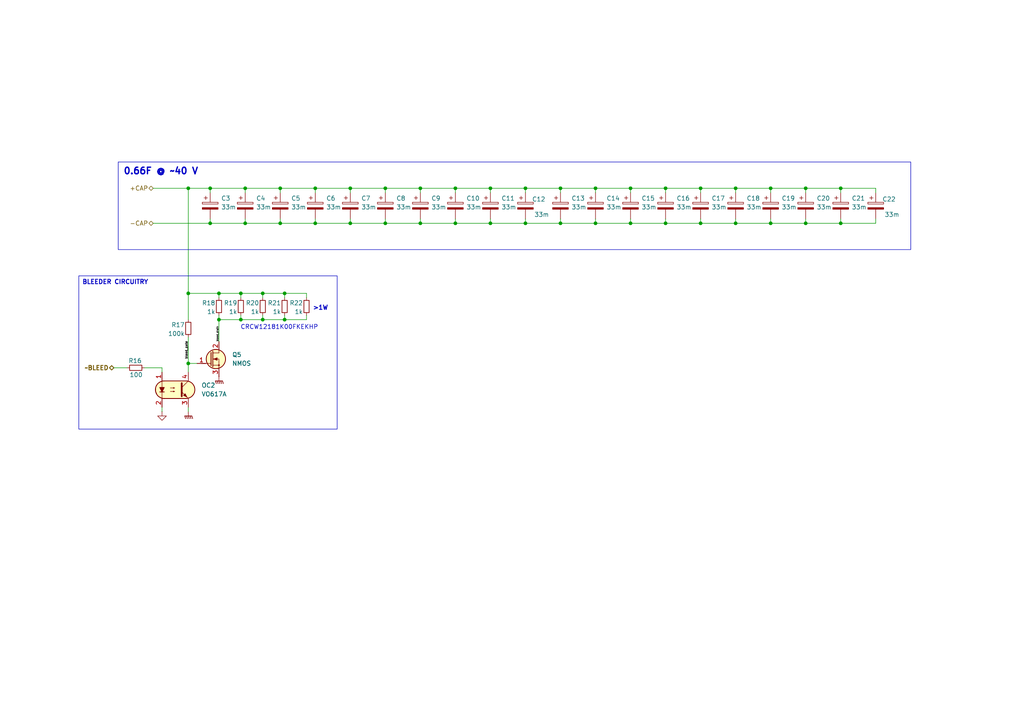
<source format=kicad_sch>
(kicad_sch (version 20231120) (generator "eeschema") (generator_version "8.0")
  (paper "A4")
  (lib_symbols
    (symbol "Device:C_Polarized" (pin_numbers hide) (pin_names (offset 0.254))
      (property "Reference" "C" (at 0.635 2.54 0))
      (property "Value" "C_Polarized" (at 0.635 -2.54 0))
      (symbol "C_Polarized_0_1"
        (rectangle (start -2.286 0.508) (end 2.286 1.016))
        (polyline (pts (xy -1.778 2.286) (xy -0.762 2.286)))
        (polyline (pts (xy -1.27 2.794) (xy -1.27 1.778)))
        (rectangle (start 2.286 -0.508) (end -2.286 -1.016) (fill (type outline)))
      )
      (symbol "C_Polarized_1_1"
        (pin passive line (at 0 3.81 270) (length 2.794) (name "~") (number "1"))
        (pin passive line (at 0 -3.81 90) (length 2.794) (name "~") (number "2"))
      )
    )
    (symbol "Device:R_Small" (pin_numbers hide) (pin_names (offset 0.254) hide)
      (property "Reference" "R" (at 0.762 0.508 0))
      (property "Value" "R_Small" (at 0.762 -1.016 0))
      (symbol "R_Small_0_1"
        (rectangle (start -0.762 1.778) (end 0.762 -1.778) (stroke (width 0.2032)))
      )
      (symbol "R_Small_1_1"
        (pin passive line (at 0 2.54 270) (length 0.762) (name "~") (number "1"))
        (pin passive line (at 0 -2.54 90) (length 0.762) (name "~") (number "2"))
      )
    )
    (symbol "PCM_Optocoupler_AKL:VO617A" (pin_names (offset 1.016))
      (property "Reference" "OC" (at 6.35 1.27 0))
      (property "Value" "VO617A" (at 6.35 -1.27 0))
      (symbol "VO617A_0_1"
        (arc (start -3.1975 2.54) (mid -5.7151 0) (end -3.1975 -2.54) (stroke (width 0.254)))
        (polyline (pts (xy -4.445 -0.635) (xy -3.175 -0.635)) (stroke (width 0.254)))
        (polyline (pts (xy -3.175 2.54) (xy 3.175 2.54)) (stroke (width 0.254)))
        (polyline (pts (xy 1.905 0.635) (xy 3.81 2.54)))
        (polyline (pts (xy 3.175 -2.54) (xy -3.175 -2.54)) (stroke (width 0.254)))
        (polyline (pts (xy 3.81 -2.54) (xy 1.905 -0.635)) (fill (type outline)))
        (polyline (pts (xy -3.81 -2.54) (xy -3.81 -1.27) (xy -3.81 2.54)) (stroke (width 0.1524)))
        (polyline (pts (xy 1.905 1.905) (xy 1.905 -1.905) (xy 1.905 -1.905)) (stroke (width 0.508)))
        (polyline (pts (xy -3.81 -0.635) (xy -4.445 0.635) (xy -3.175 0.635) (xy -3.81 -0.635)) (stroke (width 0.254)) (fill (type outline)))
        (polyline (pts (xy -1.397 -0.508) (xy -0.127 -0.508) (xy -0.508 -0.635) (xy -0.508 -0.381) (xy -0.127 -0.508)))
        (polyline (pts (xy -1.397 0.508) (xy -0.127 0.508) (xy -0.508 0.381) (xy -0.508 0.635) (xy -0.127 0.508)))
        (polyline (pts (xy 2.413 -1.651) (xy 2.921 -1.143) (xy 3.429 -2.159) (xy 2.413 -1.651) (xy 2.413 -1.651)) (fill (type outline)))
        (polyline (pts (xy -2.54 2.54) (xy 3.429 2.54) (xy 4.318 2.286) (xy 4.699 2.032) (xy 5.08 1.651) (xy 5.461 1.016) (xy 5.715 0.381) (xy 5.715 -0.381) (xy 5.461 -1.143) (xy 4.826 -1.905) (xy 4.191 -2.286) (xy 3.302 -2.54) (xy -3.81 -2.54) (xy -3.81 -2.54) (xy -4.572 -2.032) (xy -5.08 -1.778) (xy -5.588 -0.508) (xy -5.588 0.254) (xy -5.588 1.016) (xy -5.08 1.778) (xy -4.318 2.286) (xy -3.556 2.54) (xy -2.54 2.54)) (stroke (width 0.01)) (fill (type background)))
        (arc (start 3.1975 -2.54) (mid 5.7151 0) (end 3.1975 2.54) (stroke (width 0.254)))
      )
      (symbol "VO617A_1_1"
        (pin passive line (at -3.81 5.08 270) (length 2.54) (name "~") (number "1"))
        (pin passive line (at -3.81 -5.08 90) (length 2.54) (name "~") (number "2"))
        (pin passive line (at 3.81 -5.08 90) (length 2.54) (name "~") (number "3"))
        (pin passive line (at 3.81 5.08 270) (length 2.54) (name "~") (number "4"))
      )
    )
    (symbol "PCM_Transistor_MOSFET_AKL:Q_NMOS-D_Generic_GDS" (pin_names hide)
      (property "Reference" "Q" (at 5.08 1.27 0))
      (property "Value" "Q_NMOS-D_Generic_GDS" (at 5.08 -1.27 0))
      (symbol "Q_NMOS-D_Generic_GDS_0_1"
        (polyline (pts (xy 0.254 -1.27) (xy -2.54 -1.27)))
        (polyline (pts (xy 0.254 1.905) (xy 0.254 -1.905)) (stroke (width 0.254)))
        (polyline (pts (xy 0.762 -2.286) (xy 0.762 2.286)) (stroke (width 0.254)))
        (polyline (pts (xy 0.762 -1.778) (xy 2.54 -1.778)))
        (polyline (pts (xy 2.54 1.778) (xy 0.762 1.778)))
        (polyline (pts (xy 2.54 2.54) (xy 2.54 1.778)))
        (polyline (pts (xy 2.54 -2.54) (xy 2.54 0) (xy 0.762 0)))
        (polyline (pts (xy 1.016 0) (xy 2.032 0.381) (xy 2.032 -0.381) (xy 1.016 0)) (fill (type outline)))
        (circle (center 1.651 0) (radius 2.794) (stroke (width 0.254)) (fill (type background)))
        (circle (center 2.54 -1.778) (radius 0.1778) (fill (type outline)))
      )
      (symbol "Q_NMOS-D_Generic_GDS_1_1"
        (pin input line (at -3.81 -1.27 0) (length 2.54) (name "G") (number "1"))
        (pin passive line (at 2.54 5.08 270) (length 2.54) (name "D") (number "2"))
        (pin passive line (at 2.54 -5.08 90) (length 2.54) (name "S") (number "3"))
      )
    )
    (symbol "power:GND" (power) (pin_numbers hide) (pin_names (offset 0) hide)
      (property "Value" "GND" (at 0 -3.81 0))
      (symbol "GND_0_1"
        (polyline (pts (xy 0 0) (xy 0 -1.27) (xy 1.27 -1.27) (xy 0 -2.54) (xy -1.27 -1.27) (xy 0 -1.27)))
      )
      (symbol "GND_1_1"
        (pin power_in line (at 0 0 270) (length 0) (name "~") (number "1"))
      )
    )
    (symbol "power:GNDPWR" (power) (pin_numbers hide) (pin_names (offset 0) hide)
      (property "Value" "GNDPWR" (at 0 -3.302 0))
      (symbol "GNDPWR_0_1"
        (polyline (pts (xy 0 -1.27) (xy 0 0)))
        (polyline (pts (xy -1.016 -1.27) (xy -1.27 -2.032) (xy -1.27 -2.032)) (stroke (width 0.2032)))
        (polyline (pts (xy -0.508 -1.27) (xy -0.762 -2.032) (xy -0.762 -2.032)) (stroke (width 0.2032)))
        (polyline (pts (xy 0 -1.27) (xy -0.254 -2.032) (xy -0.254 -2.032)) (stroke (width 0.2032)))
        (polyline (pts (xy 0.508 -1.27) (xy 0.254 -2.032) (xy 0.254 -2.032)) (stroke (width 0.2032)))
        (polyline (pts (xy 1.016 -1.27) (xy -1.016 -1.27) (xy -1.016 -1.27)) (stroke (width 0.2032)))
        (polyline (pts (xy 1.016 -1.27) (xy 0.762 -2.032) (xy 0.762 -2.032) (xy 0.762 -2.032)) (stroke (width 0.2032)))
      )
      (symbol "GNDPWR_1_1"
        (pin power_in line (at 0 0 270) (length 0) (name "~") (number "1"))
      )
    )
  )
  (junction (at 152.4 64.77))
  (junction (at 142.24 54.61))
  (junction (at 101.6 54.61))
  (junction (at 71.12 64.77))
  (junction (at 76.2 92.71))
  (junction (at 172.72 64.77))
  (junction (at 213.36 64.77))
  (junction (at 63.5 92.71))
  (junction (at 76.2 85.09))
  (junction (at 213.36 54.61))
  (junction (at 121.92 64.77))
  (junction (at 91.44 54.61))
  (junction (at 233.68 64.77))
  (junction (at 121.92 54.61))
  (junction (at 193.04 64.77))
  (junction (at 142.24 64.77))
  (junction (at 243.84 54.61))
  (junction (at 54.61 54.61))
  (junction (at 60.96 64.77))
  (junction (at 162.56 54.61))
  (junction (at 82.55 85.09))
  (junction (at 54.61 105.41))
  (junction (at 193.04 54.61))
  (junction (at 162.56 64.77))
  (junction (at 182.88 54.61))
  (junction (at 54.61 85.09))
  (junction (at 60.96 54.61))
  (junction (at 71.12 54.61))
  (junction (at 223.52 64.77))
  (junction (at 132.08 54.61))
  (junction (at 82.55 92.71))
  (junction (at 111.76 64.77))
  (junction (at 172.72 54.61))
  (junction (at 152.4 54.61))
  (junction (at 101.6 64.77))
  (junction (at 111.76 54.61))
  (junction (at 81.28 64.77))
  (junction (at 233.68 54.61))
  (junction (at 69.85 92.71))
  (junction (at 203.2 54.61))
  (junction (at 243.84 64.77))
  (junction (at 203.2 64.77))
  (junction (at 81.28 54.61))
  (junction (at 63.5 85.09))
  (junction (at 69.85 85.09))
  (junction (at 223.52 54.61))
  (junction (at 132.08 64.77))
  (junction (at 91.44 64.77))
  (junction (at 182.88 64.77))
  (wire (pts (xy 254 54.61) (xy 254 55.88)))
  (wire (pts (xy 54.61 119.38) (xy 54.61 118.11)))
  (wire (pts (xy 88.9 91.44) (xy 88.9 92.71)))
  (wire (pts (xy 82.55 85.09) (xy 82.55 86.36)))
  (wire (pts (xy 111.76 64.77) (xy 121.92 64.77)))
  (wire (pts (xy 223.52 54.61) (xy 223.52 55.88)))
  (wire (pts (xy 193.04 64.77) (xy 203.2 64.77)))
  (wire (pts (xy 121.92 54.61) (xy 132.08 54.61)))
  (wire (pts (xy 243.84 54.61) (xy 243.84 55.88)))
  (wire (pts (xy 81.28 64.77) (xy 91.44 64.77)))
  (wire (pts (xy 76.2 92.71) (xy 82.55 92.71)))
  (wire (pts (xy 71.12 54.61) (xy 71.12 55.88)))
  (wire (pts (xy 54.61 97.79) (xy 54.61 105.41)))
  (wire (pts (xy 152.4 63.5) (xy 152.4 64.77)))
  (wire (pts (xy 91.44 54.61) (xy 101.6 54.61)))
  (wire (pts (xy 243.84 64.77) (xy 254 64.77)))
  (wire (pts (xy 63.5 99.06) (xy 63.5 92.71)))
  (wire (pts (xy 69.85 85.09) (xy 76.2 85.09)))
  (wire (pts (xy 54.61 85.09) (xy 63.5 85.09)))
  (wire (pts (xy 121.92 55.88) (xy 121.92 54.61)))
  (wire (pts (xy 111.76 54.61) (xy 121.92 54.61)))
  (wire (pts (xy 54.61 105.41) (xy 54.61 107.95)))
  (wire (pts (xy 88.9 85.09) (xy 88.9 86.36)))
  (wire (pts (xy 213.36 64.77) (xy 223.52 64.77)))
  (wire (pts (xy 111.76 54.61) (xy 111.76 55.88)))
  (wire (pts (xy 46.99 119.38) (xy 46.99 118.11)))
  (wire (pts (xy 33.02 106.68) (xy 36.83 106.68)))
  (wire (pts (xy 91.44 55.88) (xy 91.44 54.61)))
  (wire (pts (xy 71.12 64.77) (xy 81.28 64.77)))
  (wire (pts (xy 203.2 63.5) (xy 203.2 64.77)))
  (wire (pts (xy 82.55 85.09) (xy 88.9 85.09)))
  (wire (pts (xy 142.24 64.77) (xy 152.4 64.77)))
  (wire (pts (xy 132.08 54.61) (xy 142.24 54.61)))
  (wire (pts (xy 44.45 64.77) (xy 60.96 64.77)))
  (wire (pts (xy 54.61 54.61) (xy 54.61 85.09)))
  (wire (pts (xy 101.6 64.77) (xy 101.6 63.5)))
  (wire (pts (xy 91.44 64.77) (xy 101.6 64.77)))
  (wire (pts (xy 63.5 86.36) (xy 63.5 85.09)))
  (wire (pts (xy 223.52 54.61) (xy 233.68 54.61)))
  (wire (pts (xy 193.04 54.61) (xy 203.2 54.61)))
  (wire (pts (xy 193.04 54.61) (xy 193.04 55.88)))
  (wire (pts (xy 81.28 63.5) (xy 81.28 64.77)))
  (wire (pts (xy 121.92 64.77) (xy 132.08 64.77)))
  (wire (pts (xy 121.92 63.5) (xy 121.92 64.77)))
  (wire (pts (xy 203.2 54.61) (xy 213.36 54.61)))
  (wire (pts (xy 254 63.5) (xy 254 64.77)))
  (wire (pts (xy 233.68 54.61) (xy 243.84 54.61)))
  (wire (pts (xy 132.08 64.77) (xy 132.08 63.5)))
  (wire (pts (xy 233.68 63.5) (xy 233.68 64.77)))
  (wire (pts (xy 223.52 64.77) (xy 233.68 64.77)))
  (wire (pts (xy 172.72 63.5) (xy 172.72 64.77)))
  (wire (pts (xy 233.68 64.77) (xy 243.84 64.77)))
  (wire (pts (xy 76.2 85.09) (xy 76.2 86.36)))
  (wire (pts (xy 243.84 63.5) (xy 243.84 64.77)))
  (wire (pts (xy 132.08 64.77) (xy 142.24 64.77)))
  (wire (pts (xy 54.61 54.61) (xy 60.96 54.61)))
  (wire (pts (xy 60.96 55.88) (xy 60.96 54.61)))
  (wire (pts (xy 69.85 92.71) (xy 76.2 92.71)))
  (wire (pts (xy 81.28 54.61) (xy 91.44 54.61)))
  (wire (pts (xy 60.96 54.61) (xy 71.12 54.61)))
  (wire (pts (xy 162.56 54.61) (xy 172.72 54.61)))
  (wire (pts (xy 142.24 63.5) (xy 142.24 64.77)))
  (wire (pts (xy 69.85 91.44) (xy 69.85 92.71)))
  (wire (pts (xy 243.84 54.61) (xy 254 54.61)))
  (wire (pts (xy 63.5 91.44) (xy 63.5 92.71)))
  (wire (pts (xy 152.4 55.88) (xy 152.4 54.61)))
  (wire (pts (xy 203.2 54.61) (xy 203.2 55.88)))
  (wire (pts (xy 60.96 64.77) (xy 71.12 64.77)))
  (wire (pts (xy 46.99 106.68) (xy 46.99 107.95)))
  (wire (pts (xy 182.88 63.5) (xy 182.88 64.77)))
  (wire (pts (xy 152.4 64.77) (xy 162.56 64.77)))
  (wire (pts (xy 41.91 106.68) (xy 46.99 106.68)))
  (wire (pts (xy 172.72 54.61) (xy 172.72 55.88)))
  (wire (pts (xy 111.76 63.5) (xy 111.76 64.77)))
  (wire (pts (xy 162.56 64.77) (xy 172.72 64.77)))
  (wire (pts (xy 101.6 64.77) (xy 111.76 64.77)))
  (wire (pts (xy 223.52 64.77) (xy 223.52 63.5)))
  (wire (pts (xy 63.5 85.09) (xy 69.85 85.09)))
  (wire (pts (xy 193.04 64.77) (xy 193.04 63.5)))
  (wire (pts (xy 172.72 54.61) (xy 182.88 54.61)))
  (wire (pts (xy 142.24 54.61) (xy 142.24 55.88)))
  (wire (pts (xy 76.2 91.44) (xy 76.2 92.71)))
  (wire (pts (xy 203.2 64.77) (xy 213.36 64.77)))
  (wire (pts (xy 213.36 54.61) (xy 213.36 55.88)))
  (wire (pts (xy 213.36 54.61) (xy 223.52 54.61)))
  (wire (pts (xy 54.61 105.41) (xy 57.15 105.41)))
  (wire (pts (xy 132.08 54.61) (xy 132.08 55.88)))
  (wire (pts (xy 71.12 54.61) (xy 81.28 54.61)))
  (wire (pts (xy 81.28 54.61) (xy 81.28 55.88)))
  (wire (pts (xy 69.85 85.09) (xy 69.85 86.36)))
  (wire (pts (xy 182.88 54.61) (xy 182.88 55.88)))
  (wire (pts (xy 172.72 64.77) (xy 182.88 64.77)))
  (wire (pts (xy 152.4 54.61) (xy 162.56 54.61)))
  (wire (pts (xy 54.61 85.09) (xy 54.61 92.71)))
  (wire (pts (xy 63.5 92.71) (xy 69.85 92.71)))
  (wire (pts (xy 233.68 54.61) (xy 233.68 55.88)))
  (wire (pts (xy 142.24 54.61) (xy 152.4 54.61)))
  (wire (pts (xy 44.45 54.61) (xy 54.61 54.61)))
  (wire (pts (xy 101.6 54.61) (xy 101.6 55.88)))
  (wire (pts (xy 82.55 92.71) (xy 88.9 92.71)))
  (wire (pts (xy 101.6 54.61) (xy 111.76 54.61)))
  (wire (pts (xy 182.88 54.61) (xy 193.04 54.61)))
  (wire (pts (xy 182.88 64.77) (xy 193.04 64.77)))
  (wire (pts (xy 60.96 63.5) (xy 60.96 64.77)))
  (wire (pts (xy 213.36 63.5) (xy 213.36 64.77)))
  (wire (pts (xy 91.44 63.5) (xy 91.44 64.77)))
  (wire (pts (xy 76.2 85.09) (xy 82.55 85.09)))
  (wire (pts (xy 71.12 64.77) (xy 71.12 63.5)))
  (wire (pts (xy 162.56 54.61) (xy 162.56 55.88)))
  (wire (pts (xy 82.55 92.71) (xy 82.55 91.44)))
  (wire (pts (xy 162.56 64.77) (xy 162.56 63.5)))
  (text_box "BLEEDER CIRCUITRY" (at 22.86 80.01 0) (size 74.93 44.45) (effects (font (size 1.27 1.27) (bold yes)) (justify left top)))
  (text_box "0.66F @ ~40 V" (at 34.29 46.99 0) (size 229.87 25.4) (effects (font (size 1.905 1.905) (thickness 0.381) (bold yes)) (justify left top)))
  (text " CRCW12181K00FKEKHP " (at 81.026 94.996 0) (effects (font (size 1.27 1.27))))
  (text ">1W" (at 92.964 89.408 0) (effects (font (size 1.27 1.27) (bold yes))))
  (label "bleed_gate" (at 54.61 104.14 90) (effects (font (size 0.635 0.635))))
  (label "bleed_drain" (at 63.5 99.06 90) (effects (font (size 0.508 0.508))))
  (hierarchical_label "+CAP" (shape bidirectional) (at 44.45 54.61 180))
  (hierarchical_label "-CAP" (shape bidirectional) (at 44.45 64.77 180))
  (hierarchical_label "~BLEED" (shape bidirectional) (at 33.02 106.68 180) (effects (font (bold yes))))
  (symbol (lib_id "power:GND") (at 46.99 119.38 0) (unit 1)
    (property "Reference" "#PWR043" (effects (hide yes)))
    (property "Value" "GND" (effects (hide yes)))
    (property "Description" "Power symbol creates a global label with name \"GND\" , ground" (effects (hide yes)))
  )
  (symbol (lib_id "Device:R_Small") (at 39.37 106.68 90) (unit 1)
    (property "Reference" "R16" (at 41.148 104.648 90) (effects (justify left)))
    (property "Value" "100" (at 41.402 108.712 90) (effects (justify left)))
    (property "Footprint" "Resistor_SMD:R_0805_2012Metric_Pad1.20x1.40mm_HandSolder" (effects (hide yes)))
    (property "Description" "Resistor, small symbol" (effects (hide yes)))
  )
  (symbol (lib_id "Device:R_Small") (at 54.61 95.25 0) (mirror y) (unit 1)
    (property "Reference" "R17" (at 53.594 94.234 0) (effects (justify left)))
    (property "Value" "100k" (at 53.594 96.774 0) (effects (justify left)))
    (property "Footprint" "Resistor_SMD:R_0805_2012Metric_Pad1.20x1.40mm_HandSolder" (effects (hide yes)))
    (property "Description" "Resistor, small symbol" (effects (hide yes)))
  )
  (symbol (lib_id "Device:C_Polarized") (at 71.12 59.69 0) (unit 1)
    (property "Reference" "C4" (at 74.295 57.5309 0) (effects (justify left)))
    (property "Value" "33m" (at 74.295 60.0709 0) (effects (justify left)))
    (property "Footprint" "HAVENS_Lib:CAPPRD1000W190D3550H8200" (effects (hide yes)))
    (property "Description" "Polarized capacitor" (effects (hide yes)))
  )
  (symbol (lib_id "Device:C_Polarized") (at 213.36 59.69 0) (unit 1)
    (property "Reference" "C18" (at 216.535 57.5309 0) (effects (justify left)))
    (property "Value" "33m" (at 216.535 60.0709 0) (effects (justify left)))
    (property "Footprint" "HAVENS_Lib:CAPPRD1000W190D3550H8200" (effects (hide yes)))
    (property "Description" "Polarized capacitor" (effects (hide yes)))
  )
  (symbol (lib_id "PCM_Optocoupler_AKL:VO617A") (at 50.8 113.03 0) (unit 1)
    (property "Reference" "OC2" (at 58.42 111.7599 0) (effects (justify left)))
    (property "Value" "VO617A" (at 58.42 114.2999 0) (effects (justify left)))
    (property "Footprint" "PCM_Package_DIP_AKL:DIP-4_W7.62mm_LongPads" (effects (hide yes)))
    (property "Datasheet" "https://www.tme.eu/Document/f6a3b68c97aa864bc57d88a70ac50256/VO617A-DTE.pdf" (effects (hide yes)))
    (property "Description" "DIP-4 Optocoupler, Transistor output, 5.3kV, 25us, Alternate KiCAD Library" (effects (hide yes)))
  )
  (symbol (lib_id "Device:C_Polarized") (at 193.04 59.69 0) (unit 1)
    (property "Reference" "C16" (at 196.215 57.5309 0) (effects (justify left)))
    (property "Value" "33m" (at 196.215 60.0709 0) (effects (justify left)))
    (property "Footprint" "HAVENS_Lib:CAPPRD1000W190D3550H8200" (effects (hide yes)))
    (property "Description" "Polarized capacitor" (effects (hide yes)))
  )
  (symbol (lib_id "Device:R_Small") (at 88.9 88.9 0) (mirror y) (unit 1)
    (property "Reference" "R22" (at 87.884 87.884 0) (effects (justify left)))
    (property "Value" "1k" (at 87.884 90.424 0) (effects (justify left)))
    (property "Footprint" "Resistor_SMD:R_1218_3246Metric_Pad1.22x4.75mm_HandSolder" (effects (hide yes)))
    (property "Description" "Resistor, small symbol" (effects (hide yes)))
  )
  (symbol (lib_id "Device:C_Polarized") (at 132.08 59.69 0) (unit 1)
    (property "Reference" "C10" (at 135.255 57.5309 0) (effects (justify left)))
    (property "Value" "33m" (at 135.255 60.0709 0) (effects (justify left)))
    (property "Footprint" "HAVENS_Lib:CAPPRD1000W190D3550H8200" (effects (hide yes)))
    (property "Description" "Polarized capacitor" (effects (hide yes)))
  )
  (symbol (lib_id "Device:C_Polarized") (at 254 59.69 0) (unit 1)
    (property "Reference" "C22" (at 255.905 57.785 0) (effects (justify left)))
    (property "Value" "33m" (at 256.54 62.23 0) (effects (justify left)))
    (property "Footprint" "HAVENS_Lib:CAPPRD1000W190D3550H8200" (effects (hide yes)))
    (property "Description" "Polarized capacitor" (effects (hide yes)))
  )
  (symbol (lib_id "Device:C_Polarized") (at 121.92 59.69 0) (unit 1)
    (property "Reference" "C9" (at 125.095 57.5309 0) (effects (justify left)))
    (property "Value" "33m" (at 125.095 60.0709 0) (effects (justify left)))
    (property "Footprint" "HAVENS_Lib:CAPPRD1000W190D3550H8200" (effects (hide yes)))
    (property "Description" "Polarized capacitor" (effects (hide yes)))
  )
  (symbol (lib_id "Device:R_Small") (at 69.85 88.9 0) (mirror y) (unit 1)
    (property "Reference" "R19" (at 68.834 87.884 0) (effects (justify left)))
    (property "Value" "1k" (at 68.834 90.424 0) (effects (justify left)))
    (property "Footprint" "Resistor_SMD:R_1218_3246Metric_Pad1.22x4.75mm_HandSolder" (effects (hide yes)))
    (property "Description" "Resistor, small symbol" (effects (hide yes)))
  )
  (symbol (lib_id "Device:C_Polarized") (at 91.44 59.69 0) (unit 1)
    (property "Reference" "C6" (at 94.615 57.5309 0) (effects (justify left)))
    (property "Value" "33m" (at 94.615 60.0709 0) (effects (justify left)))
    (property "Footprint" "HAVENS_Lib:CAPPRD1000W190D3550H8200" (effects (hide yes)))
    (property "Description" "Polarized capacitor" (effects (hide yes)))
  )
  (symbol (lib_id "Device:C_Polarized") (at 60.96 59.69 0) (unit 1)
    (property "Reference" "C3" (at 64.135 57.5309 0) (effects (justify left)))
    (property "Value" "33m" (at 64.135 60.0709 0) (effects (justify left)))
    (property "Footprint" "HAVENS_Lib:CAPPRD1000W190D3550H8200" (effects (hide yes)))
    (property "Description" "Polarized capacitor" (effects (hide yes)))
  )
  (symbol (lib_id "Device:C_Polarized") (at 142.24 59.69 0) (unit 1)
    (property "Reference" "C11" (at 145.415 57.5309 0) (effects (justify left)))
    (property "Value" "33m" (at 145.415 60.0709 0) (effects (justify left)))
    (property "Footprint" "HAVENS_Lib:CAPPRD1000W190D3550H8200" (effects (hide yes)))
    (property "Description" "Polarized capacitor" (effects (hide yes)))
  )
  (symbol (lib_id "Device:R_Small") (at 82.55 88.9 0) (mirror y) (unit 1)
    (property "Reference" "R21" (at 81.534 87.884 0) (effects (justify left)))
    (property "Value" "1k" (at 81.534 90.424 0) (effects (justify left)))
    (property "Footprint" "Resistor_SMD:R_1218_3246Metric_Pad1.22x4.75mm_HandSolder" (effects (hide yes)))
    (property "Description" "Resistor, small symbol" (effects (hide yes)))
  )
  (symbol (lib_id "Device:C_Polarized") (at 172.72 59.69 0) (unit 1)
    (property "Reference" "C14" (at 175.895 57.5309 0) (effects (justify left)))
    (property "Value" "33m" (at 175.895 60.0709 0) (effects (justify left)))
    (property "Footprint" "HAVENS_Lib:CAPPRD1000W190D3550H8200" (effects (hide yes)))
    (property "Description" "Polarized capacitor" (effects (hide yes)))
  )
  (symbol (lib_id "Device:C_Polarized") (at 101.6 59.69 0) (unit 1)
    (property "Reference" "C7" (at 104.775 57.5309 0) (effects (justify left)))
    (property "Value" "33m" (at 104.775 60.0709 0) (effects (justify left)))
    (property "Footprint" "HAVENS_Lib:CAPPRD1000W190D3550H8200" (effects (hide yes)))
    (property "Description" "Polarized capacitor" (effects (hide yes)))
  )
  (symbol (lib_id "Device:R_Small") (at 76.2 88.9 0) (mirror y) (unit 1)
    (property "Reference" "R20" (at 75.184 87.884 0) (effects (justify left)))
    (property "Value" "1k" (at 75.184 90.424 0) (effects (justify left)))
    (property "Footprint" "Resistor_SMD:R_1218_3246Metric_Pad1.22x4.75mm_HandSolder" (effects (hide yes)))
    (property "Description" "Resistor, small symbol" (effects (hide yes)))
  )
  (symbol (lib_id "Device:C_Polarized") (at 223.52 59.69 0) (unit 1)
    (property "Reference" "C19" (at 226.695 57.5309 0) (effects (justify left)))
    (property "Value" "33m" (at 226.695 60.0709 0) (effects (justify left)))
    (property "Footprint" "HAVENS_Lib:CAPPRD1000W190D3550H8200" (effects (hide yes)))
    (property "Description" "Polarized capacitor" (effects (hide yes)))
  )
  (symbol (lib_id "PCM_Transistor_MOSFET_AKL:Q_NMOS-D_Generic_GDS") (at 60.96 104.14 0) (unit 1)
    (property "Reference" "Q5" (at 67.31 102.8699 0) (effects (justify left)))
    (property "Value" "NMOS" (at 67.31 105.4099 0) (effects (justify left)))
    (property "Footprint" "Package_TO_SOT_SMD:SOT-23-3" (effects (hide yes)))
    (property "Description" "N-MOSFET depletion mode transistor, generic symbol, Alternate KiCAD Library" (effects (hide yes)))
  )
  (symbol (lib_id "Device:C_Polarized") (at 81.28 59.69 0) (unit 1)
    (property "Reference" "C5" (at 84.455 57.5309 0) (effects (justify left)))
    (property "Value" "33m" (at 84.455 60.0709 0) (effects (justify left)))
    (property "Footprint" "HAVENS_Lib:CAPPRD1000W190D3550H8200" (effects (hide yes)))
    (property "Description" "Polarized capacitor" (effects (hide yes)))
  )
  (symbol (lib_id "power:GNDPWR") (at 63.5 109.22 0) (mirror y) (unit 1)
    (property "Reference" "#PWR045" (effects (hide yes)))
    (property "Value" "GNDPWR" (effects (hide yes)))
    (property "Description" "Power symbol creates a global label with name \"GNDPWR\" , global ground" (effects (hide yes)))
  )
  (symbol (lib_id "Device:C_Polarized") (at 162.56 59.69 0) (unit 1)
    (property "Reference" "C13" (at 165.735 57.5309 0) (effects (justify left)))
    (property "Value" "33m" (at 165.735 60.0709 0) (effects (justify left)))
    (property "Footprint" "HAVENS_Lib:CAPPRD1000W190D3550H8200" (effects (hide yes)))
    (property "Description" "Polarized capacitor" (effects (hide yes)))
  )
  (symbol (lib_id "Device:C_Polarized") (at 111.76 59.69 0) (unit 1)
    (property "Reference" "C8" (at 114.935 57.5309 0) (effects (justify left)))
    (property "Value" "33m" (at 114.935 60.0709 0) (effects (justify left)))
    (property "Footprint" "HAVENS_Lib:CAPPRD1000W190D3550H8200" (effects (hide yes)))
    (property "Description" "Polarized capacitor" (effects (hide yes)))
  )
  (symbol (lib_id "Device:C_Polarized") (at 203.2 59.69 0) (unit 1)
    (property "Reference" "C17" (at 206.375 57.5309 0) (effects (justify left)))
    (property "Value" "33m" (at 206.375 60.0709 0) (effects (justify left)))
    (property "Footprint" "HAVENS_Lib:CAPPRD1000W190D3550H8200" (effects (hide yes)))
    (property "Description" "Polarized capacitor" (effects (hide yes)))
  )
  (symbol (lib_id "Device:C_Polarized") (at 233.68 59.69 0) (unit 1)
    (property "Reference" "C20" (at 236.855 57.5309 0) (effects (justify left)))
    (property "Value" "33m" (at 236.855 60.0709 0) (effects (justify left)))
    (property "Footprint" "HAVENS_Lib:CAPPRD1000W190D3550H8200" (effects (hide yes)))
    (property "Description" "Polarized capacitor" (effects (hide yes)))
  )
  (symbol (lib_id "power:GNDPWR") (at 54.61 119.38 0) (mirror y) (unit 1)
    (property "Reference" "#PWR044" (effects (hide yes)))
    (property "Value" "GNDPWR" (effects (hide yes)))
    (property "Description" "Power symbol creates a global label with name \"GNDPWR\" , global ground" (effects (hide yes)))
  )
  (symbol (lib_id "Device:R_Small") (at 63.5 88.9 0) (mirror y) (unit 1)
    (property "Reference" "R18" (at 62.484 87.884 0) (effects (justify left)))
    (property "Value" "1k" (at 62.484 90.424 0) (effects (justify left)))
    (property "Footprint" "Resistor_SMD:R_1218_3246Metric_Pad1.22x4.75mm_HandSolder" (effects (hide yes)))
    (property "Description" "Resistor, small symbol" (effects (hide yes)))
  )
  (symbol (lib_id "Device:C_Polarized") (at 152.4 59.69 0) (unit 1)
    (property "Reference" "C12" (at 154.305 57.785 0) (effects (justify left)))
    (property "Value" "33m" (at 154.94 62.23 0) (effects (justify left)))
    (property "Footprint" "HAVENS_Lib:CAPPRD1000W190D3550H8200" (effects (hide yes)))
    (property "Description" "Polarized capacitor" (effects (hide yes)))
  )
  (symbol (lib_id "Device:C_Polarized") (at 243.84 59.69 0) (unit 1)
    (property "Reference" "C21" (at 247.015 57.5309 0) (effects (justify left)))
    (property "Value" "33m" (at 247.015 60.0709 0) (effects (justify left)))
    (property "Footprint" "HAVENS_Lib:CAPPRD1000W190D3550H8200" (effects (hide yes)))
    (property "Description" "Polarized capacitor" (effects (hide yes)))
  )
  (symbol (lib_id "Device:C_Polarized") (at 182.88 59.69 0) (unit 1)
    (property "Reference" "C15" (at 186.055 57.5309 0) (effects (justify left)))
    (property "Value" "33m" (at 186.055 60.0709 0) (effects (justify left)))
    (property "Footprint" "HAVENS_Lib:CAPPRD1000W190D3550H8200" (effects (hide yes)))
    (property "Description" "Polarized capacitor" (effects (hide yes)))
  )
)
</source>
